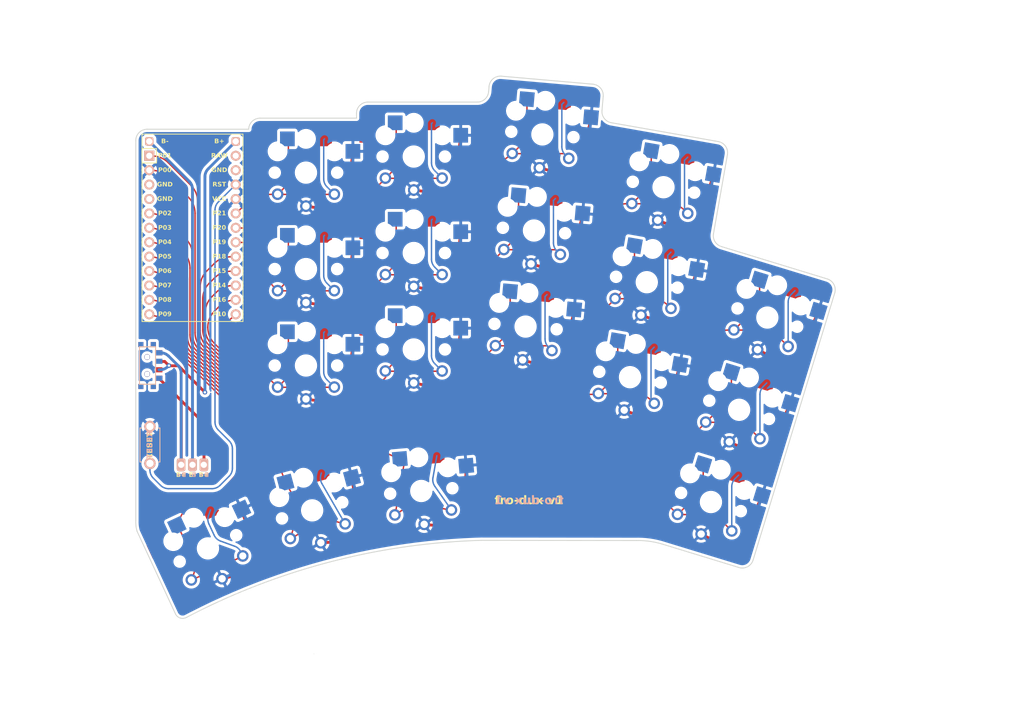
<source format=kicad_pcb>
(kicad_pcb (version 20240108) (generator "pcbnew") (generator_version "8.0")
  (title_block (title "board") (rev "v1.0.0") (company "Unknown"))
  (layers (0 "F.Cu" signal) (31 "B.Cu" signal) (34 "B.Paste" user) (35 "F.Paste" user) (36 "B.SilkS" user "B.Silkscreen") (37 "F.SilkS" user "F.Silkscreen") (38 "B.Mask" user) (39 "F.Mask" user) (44 "Edge.Cuts" user))
  (net 0 "")
  (net 1 "P6")
  (net 2 "GND")
  (net 3 "P5")
  (net 4 "P4")
  (net 5 "P3")
  (net 6 "P2")
  (net 7 "P0")
  (net 8 "P1")
  (net 9 "P18")
  (net 10 "P15")
  (net 11 "P14")
  (net 12 "P16")
  (net 13 "P10")
  (net 14 "P19")
  (net 15 "P20")
  (net 16 "P21")
  (net 17 "P7")
  (net 18 "P8")
  (net 19 "P9")
  (net 20 "RAW")
  (net 21 "RST")
  (net 22 "VCC")
  (net 23 "Bplus")
  (net 24 "Bminus")
  (net 25 "Braw")
  (footprint "ProMicro" (layer "F.Cu") (at 28.964646 -100.011722 -90)
    (property "Reference" "MCU1" (hide yes))
    (property "Value" "" (hide yes))
  )
  (footprint "E73:SPDT_C128955" (layer "B.Cu") (at 20.964646 -77.011722 -90)
    (property "Reference" "T1" (hide yes))
    (property "Value" "" (hide yes))
  )
  (footprint "lib:bat" (layer "B.Cu") (at 28.964646 -59.511722 180)
    (property "Reference" "PAD1" (hide yes))
    (property "Value" "" (hide yes))
  )
  (footprint "kbd:ResetSW" (layer "B.Cu") (at 21.464646 -63.011722 -90)
    (property "Reference" "B1" (hide yes))
    (property "Value" "")
  )
  (footprint "PG1350" (layer "B.Cu") (at 111.988623 -108.440306 170)
    (property "Reference" "S11" (hide yes))
    (property "Value" "" (hide yes))
  )
  (footprint "PG1350" (layer "B.Cu") (at 50.058034 -51.482078 15)
    (property "Reference" "S34" (hide yes))
    (property "Value" "" (hide yes))
  )
  (footprint "PG1350" (layer "B.Cu") (at 89.15409 -100.809406 175)
    (property "Reference" "S15" (hide yes))
    (property "Value" "" (hide yes))
  )
  (footprint "PG1350" (layer "B.Cu") (at 67.964646 -96.845055 180)
    (property "Reference" "S21" (hide yes))
    (property "Value" "" (hide yes))
  )
  (footprint "PG1350" (layer "B.Cu") (at 106.084585 -74.956842 -10)
    (property "Reference" "S8" (hide yes))
    (property "Value" "" (hide yes))
  )
  (footprint "PG1350" (layer "B.Cu") (at 87.672442 -83.874096 -5)
    (property "Reference" "S14" (hide yes))
    (property "Value" "" (hide yes))
  )
  (footprint "PG1350" (layer "B.Cu") (at 67.964646 -79.845055)
    (property "Reference" "S20" (hide yes))
    (property "Value" "" (hide yes))
  )
  (footprint "PG1350" (layer "B.Cu") (at 48.964646 -94.011722)
    (property "Reference" "S28" (hide yes))
    (property "Value" "" (hide yes))
  )
  (footprint "PG1350" (layer "B.Cu") (at 48.964646 -77.011722)
    (property "Reference" "S26" (hide yes))
    (property "Value" "" (hide yes))
  )
  (footprint "PG1350" (layer "B.Cu") (at 48.964646 -111.011722 180)
    (property "Reference" "S29" (hide yes))
    (property "Value" "" (hide yes))
  )
  (footprint "PG1350" (layer "B.Cu") (at 50.058034 -51.482078 -165)
    (property "Reference" "S33" (hide yes))
    (property "Value" "" (hide yes))
  )
  (footprint "PG1350" (layer "B.Cu") (at 31.687061 -44.780142 -155)
    (property "Reference" "S35" (hide yes))
    (property "Value" "" (hide yes))
  )
  (footprint "PG1350" (layer "B.Cu") (at 106.084585 -74.956842 170)
    (property "Reference" "S7" (hide yes))
    (property "Value" "" (hide yes))
  )
  (footprint "PG1350" (layer "B.Cu") (at 120.346052 -52.95242 -17)
    (property "Reference" "S2" (hide yes))
    (property "Value" "" (hide yes))
  )
  (footprint "E73:SPDT_C128955" (layer "B.Cu") (at 20.964646 -77.011722 -90)
    (property "Reference" "T2" (hide yes))
    (property "Value" "" (hide yes))
  )
  (footprint "PG1350" (layer "B.Cu") (at 120.346052 -52.95242 163)
    (property "Reference" "S1" (hide yes))
    (property "Value" "" (hide yes))
  )
  (footprint "PG1350" (layer "B.Cu") (at 130.28669 -85.466782 163)
    (property "Reference" "S5" (hide yes))
    (property "Value" "" (hide yes))
  )
  (footprint "PG1350" (layer "B.Cu") (at 48.964646 -94.011722 180)
    (property "Reference" "S27" (hide yes))
    (property "Value" "" (hide yes))
  )
  (footprint "PG1350" (layer "B.Cu") (at 31.687061 -44.780142 25)
    (property "Reference" "S36" (hide yes))
    (property "Value" "" (hide yes))
  )
  (footprint "PG1350" (layer "B.Cu") (at 109.036604 -91.698574 170)
    (property "Reference" "S9" (hide yes))
    (property "Value" "" (hide yes))
  )
  (footprint "PG1350" (layer "B.Cu") (at 89.15409 -100.809406 -5)
    (property "Reference" "S16" (hide yes))
    (property "Value" "" (hide yes))
  )
  (footprint "PG1350" (layer "B.Cu") (at 48.964646 -111.011722)
    (property "Reference" "S30" (hide yes))
    (property "Value" "" (hide yes))
  )
  (footprint "PG1350" (layer "B.Cu") (at 87.672442 -83.874096 175)
    (property "Reference" "S13" (hide yes))
    (property "Value" "" (hide yes))
  )
  (footprint "PG1350" (layer "B.Cu") (at 67.964646 -113.845055)
    (property "Reference" "S24" (hide yes))
    (property "Value" "" (hide yes))
  )
  (footprint "PG1350" (layer "B.Cu") (at 90.635737 -117.744716 175)
    (property "Reference" "S17" (hide yes))
    (property "Value" "" (hide yes))
  )
  (footprint "PG1350" (layer "B.Cu") (at 125.316371 -69.209601 -17)
    (property "Reference" "S4" (hide yes))
    (property "Value" "" (hide yes))
  )
  (footprint "PG1350" (layer "B.Cu") (at 109.036604 -91.698574 -10)
    (property "Reference" "S10" (hide yes))
    (property "Value" "" (hide yes))
  )
  (footprint "PG1350" (layer "B.Cu") (at 67.964646 -96.845055)
    (property "Reference" "S22" (hide yes))
    (property "Value" "" (hide yes))
  )
  (footprint "PG1350" (layer "B.Cu") (at 69.289901 -54.899569 -175)
    (property "Reference" "S31" (hide yes))
    (property "Value" "" (hide yes))
  )
  (footprint "PG1350" (layer "B.Cu") (at 125.316371 -69.209601 163)
    (property "Reference" "S3" (hide yes))
    (property "Value" "" (hide yes))
  )
  (footprint "PG1350" (layer "B.Cu") (at 69.289901 -54.899569 5)
    (property "Reference" "S32" (hide yes))
    (property "Value" "" (hide yes))
  )
  (footprint "PG1350" (layer "B.Cu") (at 111.988623 -108.440306 -10)
    (property "Reference" "S12" (hide yes))
    (property "Value" "" (hide yes))
  )
  (footprint "PG1350" (layer "B.Cu") (at 67.964646 -113.845055 180)
    (property "Reference" "S23" (hide yes))
    (property "Value" "" (hide yes))
  )
  (footprint "PG1350" (layer "B.Cu") (at 48.964646 -77.011722 180)
    (property "Reference" "S25" (hide yes))
    (property "Value" "" (hide yes))
  )
  (footprint "PG1350" (layer "B.Cu") (at 130.28669 -85.466782 -17)
    (property "Reference" "S6" (hide yes))
    (property "Value" "" (hide yes))
  )
  (footprint "PG1350" (layer "B.Cu") (at 67.964646 -79.845055 180)
    (property "Reference" "S19" (hide yes))
    (property "Value" "" (hide yes))
  )
  (footprint "PG1350" (layer "B.Cu") (at 90.635737 -117.744716 -5)
    (property "Reference" "S18" (hide yes))
    (property "Value" "" (hide yes))
  )
  (gr_arc (start 81.155599 -125.270744) (mid 80.514393 -123.970499) (end 79.163209 -123.445054) (stroke (width 0.15)) (layer "Edge.Cuts"))
  (gr_arc (start 50.375733 -26.195239) (mid 50.375733 -26.195239) (end 50.375733 -26.195239) (stroke (width 0.05)) (layer "Edge.Cuts"))
  (gr_arc (start 102.787736 -119.810766) (mid 101.548344 -120.562861) (end 101.142642 -121.954693) (stroke (width 0.15)) (layer "Edge.Cuts"))
  (gr_arc (start 27.916282 -32.617844) (mid 26.810253 -32.49879) (end 25.966418 -33.223653) (stroke (width 0.15)) (layer "Edge.Cuts"))
  (gr_line (start 123.254908 -114.170998) (end 120.798959 -100.242621) (stroke (width 0.15)) (layer "Edge.Cuts"))
  (gr_line (start 79.875733 -46.195239) (end 107.226768 -46.162621) (stroke (width 0.15)) (layer "Edge.Cuts"))
  (gr_arc (start 19.183865 -47.810788) (mid 19.000754 -48.744463) (end 18.964647 -49.695239) (stroke (width 0.15)) (layer "Edge.Cuts"))
  (gr_line (start 99.541609 -126.602223) (end 83.403255 -128.014146) (stroke (width 0.15)) (layer "Edge.Cuts"))
  (gr_arc (start 127.782705 -42.73155) (mid 126.809032 -41.550446) (end 125.285353 -41.403684) (stroke (width 0.15)) (layer "Edge.Cuts"))
  (gr_line (start 125.285352 -41.403683) (end 111.85686 -45.509186) (stroke (width 0.15)) (layer "Edge.Cuts"))
  (gr_line (start 57.864646 -120.611722) (end 40.864646 -120.611722) (stroke (width 0.15)) (layer "Edge.Cuts"))
  (gr_line (start 20.964646 -118.661722) (end 38.865271 -118.661722) (stroke (width 0.15)) (layer "Edge.Cuts"))
  (gr_line (start 79.163209 -123.445055) (end 59.864646 -123.445055) (stroke (width 0.15)) (layer "Edge.Cuts"))
  (gr_arc (start 107.226768 -46.162621) (mid 109.567434 -46.017438) (end 111.85686 -45.509186) (stroke (width 0.15)) (layer "Edge.Cuts"))
  (gr_line (start 142.167393 -89.781744) (end 127.782705 -42.73155) (stroke (width 0.15)) (layer "Edge.Cuts"))
  (gr_arc (start 81.236554 -126.196068) (mid 81.943374 -127.55383) (end 83.403255 -128.014147) (stroke (width 0.15)) (layer "Edge.Cuts"))
  (gr_arc (start 57.864646 -121.445055) (mid 58.450439 -122.859254) (end 59.864646 -123.445055) (stroke (width 0.15)) (layer "Edge.Cuts"))
  (gr_arc (start 121.632589 -116.48791) (mid 122.923595 -115.665447) (end 123.254907 -114.170998) (stroke (width 0.15)) (layer "Edge.Cuts"))
  (gr_arc (start 38.865271 -118.661722) (mid 39.468217 -120.04351) (end 40.864646 -120.611722) (stroke (width 0.15)) (layer "Edge.Cuts"))
  (gr_arc (start 140.839527 -92.279096) (mid 142.020677 -91.305429) (end 142.167392 -89.781743) (stroke (width 0.15)) (layer "Edge.Cuts"))
  (gr_line (start 81.236554 -126.196068) (end 81.155599 -125.270744) (stroke (width 0.15)) (layer "Edge.Cuts"))
  (gr_line (start 121.632589 -116.48791) (end 102.787736 -119.810766) (stroke (width 0.15)) (layer "Edge.Cuts"))
  (gr_arc (start 122.183831 -97.982715) (mid 121.063264 -98.850319) (end 120.79896 -100.242621) (stroke (width 0.15)) (layer "Edge.Cuts"))
  (gr_arc (start 99.541609 -126.602223) (mid 100.899407 -125.895419) (end 101.359687 -124.435523) (stroke (width 0.15)) (layer "Edge.Cuts"))
  (gr_line (start 140.839527 -92.279096) (end 122.183831 -97.982715) (stroke (width 0.15)) (layer "Edge.Cuts"))
  (gr_line (start 57.864646 -121.445055) (end 57.864646 -120.611722) (stroke (width 0.15)) (layer "Edge.Cuts"))
  (gr_line (start 101.142643 -121.954693) (end 101.359687 -124.435522) (stroke (width 0.15)) (layer "Edge.Cuts"))
  (gr_arc (start 18.964646 -116.661722) (mid 19.550427 -118.075942) (end 20.964646 -118.661722) (stroke (width 0.15)) (layer "Edge.Cuts"))
  (gr_line (start 18.964646 -49.695239) (end 18.964646 -116.661722) (stroke (width 0.15)) (layer "Edge.Cuts"))
  (gr_line (start 19.183865 -47.810788) (end 25.966418 -33.223653) (stroke (width 0.15)) (layer "Edge.Cuts"))
  (gr_arc (start 27.916282 -32.617844) (mid 53.122088 -42.368264) (end 79.875733 -46.195238) (stroke (width 0.15)) (layer "Edge.Cuts"))
  (gr_text "fro-dux v1" (at 94.375733 -53.195239 -0) (layer "B.SilkS") (effects (font (size 1.5 1.5)) (justify left mirror)))
  (gr_text "fro-dux v1" (at 94.375733 -53.195239 -0) (layer "F.SilkS") (effects (font (size 1.5 1.5)) (justify right)))
  (segment (start 25.998825 -90.705693) (end 24.250528 -92.45399) (width 0.25) (layer "F.Cu") (net 1))
  (segment (start 42.508607 -64.866213) (end 28.341971 -79.032849) (width 0.25) (layer "F.Cu") (net 1))
  (segment (start 122.292124 -49.572588) (end 124.044268 -47.820444) (width 0.25) (layer "F.Cu") (net 1))
  (segment (start 27.170398 -81.861276) (end 27.170398 -87.877266) (width 0.25) (layer "F.Cu") (net 1))
  (segment (start 114.481221 -50.744161) (end 119.463697 -50.744161) (width 0.25) (layer "F.Cu") (net 1))
  (segment (start 107.052048 -56.51648) (end 102.231865 -56.487507) (width 0.25) (layer "F.Cu") (net 1))
  (segment (start 67.633706 -63.69464) (end 79.494848 -63.67412) (width 0.25) (layer "F.Cu") (net 1))
  (segment (start 99.403438 -57.65908) (end 98.309904 -58.752614) (width 0.25) (layer "F.Cu") (net 1))
  (segment (start 85.827962 -60.700491) (end 82.824098 -62.882221) (width 0.25) (layer "F.Cu") (net 1))
  (segment (start 21.422101 -93.625563) (end 21.372351 -93.625563) (width 0.25) (layer "F.Cu") (net 1))
  (segment (start 67.633706 -63.69464) (end 45.337034 -63.69464) (width 0.25) (layer "F.Cu") (net 1))
  (segment (start 79.494848 -63.67412) (end 80.47349 -63.645865) (width 0.25) (layer "F.Cu") (net 1))
  (segment (start 95.481477 -59.924187) (end 88.199877 -59.929122) (width 0.25) (layer "F.Cu") (net 1))
  (segment (start 118.981471 -59.563792) (end 118.981471 -56.901265) (width 0.25) (layer "F.Cu") (net 1))
  (segment (start 117.809898 -54.072838) (end 114.481221 -50.744161) (width 0.25) (layer "F.Cu") (net 1))
  (segment (start 114.481221 -50.744161) (end 109.880475 -55.344907) (width 0.25) (layer "F.Cu") (net 1))
  (arc (start 85.827962 -60.700491) (mid 86.952915 -60.127222) (end 88.199877 -59.929122) (width 0.25) (layer "F.Cu") (net 1))
  (arc (start 118.981471 -56.901265) (mid 118.676989 -55.370531) (end 117.809898 -54.072838) (width 0.25) (layer "F.Cu") (net 1))
  (arc (start 24.250528 -92.45399) (mid 22.952835 -93.321081) (end 21.422101 -93.625563) (width 0.25) (layer "F.Cu") (net 1))
  (arc (start 95.481477 -59.924187) (mid 97.012211 -59.619705) (end 98.309904 -58.752614) (width 0.25) (layer "F.Cu") (net 1))
  (arc (start 45.337034 -63.69464) (mid 43.8063 -63.999122) (end 42.508607 -64.866213) (width 0.25) (layer "F.Cu") (net 1))
  (arc (start 80.47349 -63.645865) (mid 81.709232 -63.450132) (end 82.824098 -62.882221) (width 0.25) (layer "F.Cu") (net 1))
  (arc (start 107.052048 -56.51648) (mid 108.582782 -56.211998) (end 109.880475 -55.344907) (width 0.25) (layer "F.Cu") (net 1))
  (arc (start 25.998825 -90.705693) (mid 26.865916 -89.408) (end 27.170398 -87.877266) (width 0.25) (layer "F.Cu") (net 1))
  (arc (start 99.403438 -57.65908) (mid 100.701131 -56.791989) (end 102.231865 -56.487507) (width 0.25) (layer "F.Cu") (net 1))
  (arc (start 122.292124 -49.572588) (mid 120.994431 -50.439679) (end 119.463697 -50.744161) (width 0.25) (layer "F.Cu") (net 1))
  (arc (start 27.170398 -81.861276) (mid 27.47488 -80.330542) (end 28.341971 -79.032849) (width 0.25) (layer "F.Cu") (net 1))
  (segment (start 125.217562 -57.684916) (end 124.602349 -57.069703) (width 0.25) (layer "B.Cu") (net 1))
  (segment (start 124.016563 -55.65549) (end 124.016563 -47.856603) (width 0.25) (layer "B.Cu") (net 1))
  (arc (start 124.016563 -55.65549) (mid 124.168804 -56.420857) (end 124.602349 -57.069703) (width 0.25) (layer "B.Cu") (net 1))
  (segment (start 96.270492 -86.852453) (end 94.80697 -80.240863) (width 0.5) (layer "F.Cu") (net 2))
  (segment (start 70.747015 -73.410737) (end 67.992351 -73.908896) (width 0.5) (layer "F.Cu") (net 2))
  (segment (start 92.920157 -111.145095) (end 90.149223 -111.831008) (width 0.5) (layer "F.Cu") (net 2))
  (segment (start 37.629644 -51.639803) (end 39.665344 -45.20206) (width 0.5) (layer "F.Cu") (net 2))
  (segment (start 110.98402 -84.911352) (end 108.039785 -85.852049) (width 0.5) (layer "F.Cu") (net 2))
  (segment (start 89.865503 -77.241857) (end 87.185928 -77.960388) (width 0.5) (layer "F.Cu") (net 2))
  (segment (start 117.864774 -93.918505) (end 116.044517 -87.612301) (width 0.5) (layer "F.Cu") (net 2))
  (segment (start 57.267351 -114.725563) (end 56.417287 -108.139966) (width 0.5) (layer "F.Cu") (net 2))
  (segment (start 71.014602 -107.580998) (end 67.992351 -107.908896) (width 0.5) (layer "F.Cu") (net 2))
  (segment (start 113.477514 -101.649878) (end 110.991804 -102.593781) (width 0.5) (layer "F.Cu") (net 2))
  (segment (start 126.273409 -62.318127) (end 123.619083 -63.531244) (width 0.5) (layer "F.Cu") (net 2))
  (segment (start 97.75214 -103.787763) (end 96.297133 -97.203356) (width 0.5) (layer "F.Cu") (net 2))
  (segment (start 120.816793 -110.660237) (end 118.701593 -104.152844) (width 0.5) (layer "F.Cu") (net 2))
  (segment (start 51.924361 -87.686748) (end 48.992351 -88.075563) (width 0.5) (layer "F.Cu") (net 2))
  (segment (start 139.324211 -86.59739) (end 136.598212 -80.46909) (width 0.5) (layer "F.Cu") (net 2))
  (segment (start 107.880176 -68.106035) (end 105.087766 -69.110317) (width 0.5) (layer "F.Cu") (net 2))
  (segment (start 57.108204 -57.209868) (end 57.941275 -50.415206) (width 0.5) (layer "F.Cu") (net 2))
  (segment (start 51.924361 -70.686748) (end 48.992351 -71.075563) (width 0.5) (layer "F.Cu") (net 2))
  (segment (start 99.233787 -120.723073) (end 97.787393 -114.166245) (width 0.5) (layer "F.Cu") (net 2))
  (segment (start 114.912755 -77.176773) (end 113.079562 -70.769683) (width 0.5) (layer "F.Cu") (net 2))
  (segment (start 91.392746 -94.193104) (end 88.667576 -94.895698) (width 0.5) (layer "F.Cu") (net 2))
  (segment (start 57.267351 -97.725563) (end 56.417287 -91.139966) (width 0.5) (layer "F.Cu") (net 2))
  (segment (start 70.747015 -90.410737) (end 67.992351 -90.908896) (width 0.5) (layer "F.Cu") (net 2))
  (segment (start 57.267351 -80.725563) (end 56.417287 -74.139966) (width 0.5) (layer "F.Cu") (net 2))
  (segment (start 76.267351 -117.558896) (end 75.412087 -111.037524) (width 0.5) (layer "F.Cu") (net 2))
  (segment (start 72.596589 -48.767986) (end 69.831825 -48.985861) (width 0.5) (layer "F.Cu") (net 2))
  (segment (start 134.353892 -70.340209) (end 131.57049 -64.285439) (width 0.5) (layer "F.Cu") (net 2))
  (segment (start 129.383573 -54.083028) (end 126.61306 -47.946064) (width 0.5) (layer "F.Cu") (net 2))
  (segment (start 51.924361 -104.686748) (end 48.992351 -105.075563) (width 0.5) (layer "F.Cu") (net 2))
  (segment (start 36.910652 -40.138845) (end 34.208214 -39.396767) (width 0.5) (layer "F.Cu") (net 2))
  (segment (start 76.267351 -83.558896) (end 75.427885 -76.850237) (width 0.5) (layer "F.Cu") (net 2))
  (segment (start 131.1672 -78.510824) (end 128.589402 -79.788425) (width 0.5) (layer "F.Cu") (net 2))
  (segment (start 54.260241 -45.938895) (end 51.612771 -45.746957) (width 0.5) (layer "F.Cu") (net 2))
  (segment (start 77.234283 -59.320354) (end 76.906124 -52.561639) (width 0.5) (layer "F.Cu") (net 2))
  (segment (start 76.267351 -100.558896) (end 75.427885 -93.850237) (width 0.5) (layer "F.Cu") (net 2))
  (segment (start 121.184156 -46.011375) (end 118.648764 -47.274063) (width 0.5) (layer "F.Cu") (net 2))
  (arc (start 89.865503 -77.241857) (mid 92.976828 -77.685856) (end 94.80697 -80.240863) (width 0.5) (layer "F.Cu") (net 2))
  (arc (start 75.427885 -93.850237) (mid 73.827364 -91.123526) (end 70.747015 -90.410737) (width 0.5) (layer "F.Cu") (net 2))
  (arc (start 97.787393 -114.166245) (mid 95.990807 -111.629376) (end 92.920157 -111.145095) (width 0.5) (layer "F.Cu") (net 2))
  (arc (start 71.014602 -107.580998) (mid 73.917936 -108.412861) (end 75.412087 -111.037524) (width 0.5) (layer "F.Cu") (net 2))
  (arc (start 76.906124 -52.561639) (mid 75.553837 -49.753206) (end 72.596589 -48.767986) (width 0.5) (layer "F.Cu") (net 2))
  (arc (start 131.1672 -78.510824) (mid 134.300257 -78.33193) (end 136.598212 -80.46909) (width 0.5) (layer "F.Cu") (net 2))
  (arc (start 39.665344 -45.20206) (mid 39.365118 -42.084434) (end 36.910652 -40.138845) (width 0.5) (layer "F.Cu") (net 2))
  (arc (start 121.184156 -46.011375) (mid 124.310107 -45.824017) (end 126.61306 -47.946064) (width 0.5) (layer "F.Cu") (net 2))
  (arc (start 56.417287 -74.139966) (mid 54.887765 -71.480557) (end 51.924361 -70.686748) (width 0.5) (layer "F.Cu") (net 2))
  (arc (start 113.477514 -101.649878) (mid 116.625855 -101.782017) (end 118.701593 -104.152844) (width 0.5) (layer "F.Cu") (net 2))
  (arc (start 96.297133 -97.203356) (mid 94.483798 -94.657384) (end 91.392746 -94.193104) (width 0.5) (layer "F.Cu") (net 2))
  (arc (start 75.427885 -76.850237) (mid 73.827364 -74.123526) (end 70.747015 -73.410737) (width 0.5) (layer "F.Cu") (net 2))
  (arc (start 107.880176 -68.106035) (mid 111.057679 -68.309987) (end 113.079562 -70.769683) (width 0.5) (layer "F.Cu") (net 2))
  (arc (start 126.273409 -62.318127) (mid 129.328757 -62.206433) (end 131.57049 -64.285439) (width 0.5) (layer "F.Cu") (net 2))
  (arc (start 57.941275 -50.415206) (mid 57.060534 -47.387792) (end 54.260241 -45.938895) (width 0.5) (layer "F.Cu") (net 2))
  (arc (start 56.417287 -108.139966) (mid 54.887765 -105.480557) (end 51.924361 -104.686748) (width 0.5) (layer "F.Cu") (net 2))
  (arc (start 51.924361 -87.686748) (mid 54.887766 -88.480556) (end 56.417287 -91.139966) (width 0.5) (layer "F.Cu") (net 2))
  (arc (start 110.98402 -84.911352) (mid 114.084859 -85.192768) (end 116.044517 -87.612301) (width 0.5) (layer "F.Cu") (net 2))
  (segment (start 27.619918 -82.047475) (end 27.619918 -90.094746) (width 0.25) (layer "F.Cu") (net 3))
  (segment (start 21.549101 -96.165563) (end 21.372351 -96.165563) (width 0.25) (layer "F.Cu") (net 3))
  (segment (start 122.780217 -70.330019) (end 119.45154 -67.001342) (width 0.25) (layer "F.Cu") (net 3))
  (segment (start 26.448345 -92.923173) (end 24.377528 -94.99399) (width 0.25) (layer "F.Cu") (net 3))
  (segment (start 67.819904 -64.14416) (end 80.604174 -64.143724) (width 0.25) (layer "F.Cu") (net 3))
  (segment (start 67.819904 -64.14416) (end 45.523233 -64.14416) (width 0.25) (layer "F.Cu") (net 3))
  (segment (start 111.196024 -60.40268) (end 88.347113 -60.406786) (width 0.25) (layer "F.Cu") (net 3))
  (segment (start 119.45154 -67.001342) (end 124.434016 -67.001342) (width 0.25) (layer "F.Cu") (net 3))
  (segment (start 127.262443 -65.829769) (end 129.014587 -64.077625) (width 0.25) (layer "F.Cu") (net 3))
  (segment (start 42.694806 -65.315733) (end 28.791491 -79.219048) (width 0.25) (layer "F.Cu") (net 3))
  (segment (start 123.95179 -75.820973) (end 123.95179 -73.158446) (width 0.25) (layer "F.Cu") (net 3))
  (segment (start 85.997187 -61.170357) (end 82.954682 -63.380153) (width 0.25) (layer "F.Cu") (net 3))
  (segment (start 119.45154 -67.001342) (end 114.024451 -61.574253) (width 0.25) (layer "F.Cu") (net 3))
  (arc (start 124.434016 -67.001342) (mid 125.96475 -66.69686) (end 127.262443 -65.829769) (width 0.25) (layer "F.Cu") (net 3))
  (arc (start 122.780217 -70.330019) (mid 123.647308 -71.627712) (end 123.95179 -73.158446) (width 0.25) (layer "F.Cu") (net 3))
  (arc (start 80.604174 -64.143724) (mid 81.839879 -63.948024) (end 82.954682 -63.380153) (width 0.25) (layer "F.Cu") (net 3))
  (arc (start 21.549101 -96.165563) (mid 23.079835 -95.861081) (end 24.377528 -94.99399) (width 0.25) (layer "F.Cu") (net 3))
  (arc (start 27.619918 -82.047475) (mid 27.9244 -80.516741) (end 28.791491 -79.219048) (width 0.25) (layer "F.Cu") (net 3))
  (arc (start 45.523233 -64.14416) (mid 43.992499 -64.448642) (end 42.694806 -65.315733) (width 0.25) (layer "F.Cu") (net 3))
  (arc (start 27.619918 -90.094746) (mid 27.315436 -91.62548) (end 26.448345 -92.923173) (width 0.25) (layer "F.Cu") (net 3))
  (arc (start 111.196024 -60.40268) (mid 112.726758 -60.707162) (end 114.024451 -61.574253) (width 0.25) (layer "F.Cu") (net 3))
  (arc (start 85.997187 -61.170357) (mid 87.111714 -60.602576) (end 88.347113 -60.406786) (width 0.25) (layer "F.Cu") (net 3))
  (segment (start 130.187881 -73.942097) (end 129.572668 -73.326884) (width 0.25) (layer "B.Cu") (net 3))
  (segment (start 128.986882 -71.912671) (end 128.986882 -64.113784) (width 0.25) (layer "B.Cu") (net 3))
  (arc (start 129.572668 -73.326884) (mid 129.139123 -72.678038) (end 128.986882 -71.912671) (width 0.25) (layer "B.Cu") (net 3))
  (segment (start 124.421859 -83.258523) (end 129.404335 -83.258523) (width 0.25) (layer "F.Cu") (net 4))
  (segment (start 128.922109 -92.078154) (end 128.922109 -89.415627) (width 0.25) (layer "F.Cu") (net 4))
  (segment (start 132.232762 -82.08695) (end 133.984906 -80.334806) (width 0.25) (layer "F.Cu") (net 4))
  (segment (start 127.750536 -86.5872) (end 124.421859 -83.258523) (width 0.25) (layer "F.Cu") (net 4))
  (segment (start 118.227038 -78.126026) (end 118.227038 -73.514934) (width 0.25) (layer "F.Cu") (net 4))
  (segment (start 26.897865 -95.064453) (end 24.428328 -97.53399) (width 0.25) (layer "F.Cu") (net 4))
  (segment (start 21.599901 -98.705563) (end 21.372351 -98.705563) (width 0.25) (layer "F.Cu") (net 4))
  (segment (start 117.055465 -70.686507) (end 112.134211 -65.765253) (width 0.25) (layer "F.Cu") (net 4))
  (segment (start 42.881003 -65.765253) (end 29.241011 -79.405247) (width 0.25) (layer "F.Cu") (net 4))
  (segment (start 120.531108 -82.08695) (end 119.398611 -80.954453) (width 0.25) (layer "F.Cu") (net 4))
  (segment (start 109.305784 -64.59368) (end 45.70943 -64.59368) (width 0.25) (layer "F.Cu") (net 4))
  (segment (start 124.421859 -83.258523) (end 123.359535 -83.258523) (width 0.25) (layer "F.Cu") (net 4))
  (segment (start 28.069438 -82.233674) (end 28.069438 -92.236026) (width 0.25) (layer "F.Cu") (net 4))
  (arc (start 120.531108 -82.08695) (mid 121.828801 -82.954041) (end 123.359535 -83.258523) (width 0.25) (layer "F.Cu") (net 4))
  (arc (start 29.241011 -79.405247) (mid 28.37392 -80.70294) (end 28.069438 -82.233674) (width 0.25) (layer "F.Cu") (net 4))
  (arc (start 118.227038 -73.514934) (mid 117.922556 -71.9842) (end 117.055465 -70.686507) (width 0.25) (layer "F.Cu") (net 4))
  (arc (start 24.428328 -97.53399) (mid 23.130635 -98.401081) (end 21.599901 -98.705563) (width 0.25) (layer "F.Cu") (net 4))
  (arc (start 128.922109 -89.415627) (mid 128.617627 -87.884893) (end 127.750536 -86.5872) (width 0.25) (layer "F.Cu") (net 4))
  (arc (start 42.881003 -65.765253) (mid 44.178696 -64.898162) (end 45.70943 -64.59368) (width 0.25) (layer "F.Cu") (net 4))
  (arc (start 118.227038 -78.126026) (mid 118.53152 -79.65676) (end 119.398611 -80.954453) (width 0.25) (layer "F.Cu") (net 4))
  (arc (start 26.897865 -95.064453) (mid 27.764956 -93.76676) (end 28.069438 -92.236026) (width 0.25) (layer "F.Cu") (net 4))
  (arc (start 129.404335 -83.258523) (mid 130.935069 -82.954041) (end 132.232762 -82.08695) (width 0.25) (layer "F.Cu") (net 4))
  (arc (start 112.134211 -65.765253) (mid 110.836518 -64.898162) (end 109.305784 -64.59368) (width 0.25) (layer "F.Cu") (net 4))
  (segment (start 135.1582 -90.199278) (end 134.542987 -89.584065) (width 0.25) (layer "B.Cu") (net 4))
  (segment (start 133.957201 -88.169852) (end 133.957201 -80.370965) (width 0.25) (layer "B.Cu") (net 4))
  (arc (start 134.542987 -89.584065) (mid 134.109442 -88.935219) (end 133.957201 -88.169852) (width 0.25) (layer "B.Cu") (net 4))
  (segment (start 77.323413 -70.752668) (end 76.514596 -69.943851) (width 0.25) (layer "F.Cu") (net 5))
  (segment (start 55.347163 -65.08692) (end 45.85191 -65.08692) (width 0.25) (layer "F.Cu") (net 5))
  (segment (start 59.517805 -67.600707) (end 58.17559 -66.258492) (width 0.25) (layer "F.Cu") (net 5))
  (segment (start 28.518958 -82.419872) (end 28.518958 -94.199506) (width 0.25) (layer "F.Cu") (net 5))
  (segment (start 102.748678 -74.266944) (end 100.528388 -72.046654) (width 0.25) (layer "F.Cu") (net 5))
  (segment (start 21.472901 -101.245563) (end 21.372351 -101.245563) (width 0.25) (layer "F.Cu") (net 5))
  (segment (start 100.528388 -72.046654) (end 106.983131 -72.046654) (width 0.25) (layer "F.Cu") (net 5))
  (segment (start 103.920251 -81.348987) (end 103.920251 -77.095371) (width 0.25) (layer "F.Cu") (net 5))
  (segment (start 100.405974 -71.92424) (end 80.151839 -71.92424) (width 0.25) (layer "F.Cu") (net 5))
  (segment (start 109.811558 -70.875081) (end 110.376466 -70.310173) (width 0.25) (layer "F.Cu") (net 5))
  (segment (start 43.023483 -66.258493) (end 29.690531 -79.591445) (width 0.25) (layer "F.Cu") (net 5))
  (segment (start 27.347385 -97.027933) (end 24.301328 -100.07399) (width 0.25) (layer "F.Cu") (net 5))
  (segment (start 73.68617 -68.77228) (end 62.346232 -68.77228) (width 0.25) (layer "F.Cu") (net 5))
  (segment (start 100.528388 -72.046654) (end 100.405974 -71.92424) (width 0.25) (layer "F.Cu") (net 5))
  (arc (start 76.514596 -69.943851) (mid 75.216903 -69.076761) (end 73.68617 -68.77228) (width 0.25) (layer "F.Cu") (net 5))
  (arc (start 28.518958 -82.419872) (mid 28.82344 -80.889138) (end 29.690531 -79.591445) (width 0.25) (layer "F.Cu") (net 5))
  (arc (start 55.347163 -65.08692) (mid 56.877896 -65.391402) (end 58.17559 -66.258492) (width 0.25) (layer "F.Cu") (net 5))
  (arc (start 28.518958 -94.199506) (mid 28.214476 -95.73024) (end 27.347385 -97.027933) (width 0.25) (layer "F.Cu") (net 5))
  (arc (start 106.983131 -72.046654) (mid 108.513865 -71.742172) (end 109.811558 -70.875081) (width 0.25) (layer "F.Cu") (net 5))
  (arc (start 77.323413 -70.752668) (mid 78.621106 -71.619758) (end 80.151839 -71.92424) (width 0.25) (layer "F.Cu") (net 5))
  (arc (start 21.472901 -101.245563) (mid 23.003635 -100.941081) (end 24.301328 -100.07399) (width 0.25) (layer "F.Cu") (net 5))
  (arc (start 102.748678 -74.266944) (mid 103.615769 -75.564637) (end 103.920251 -77.095371) (width 0.25) (layer "F.Cu") (net 5))
  (arc (start 59.517805 -67.600707) (mid 60.815498 -68.467798) (end 62.346232 -68.77228) (width 0.25) (layer "F.Cu") (net 5))
  (arc (start 45.85191 -65.08692) (mid 44.321176 -65.391402) (end 43.023483 -66.258493) (width 0.25) (layer "F.Cu") (net 5))
  (segment (start 109.785283 -70.90981) (end 110.348761 -70.346332) (width 0.25) (layer "B.Cu") (net 5))
  (segment (start 110.343037 -80.24775) (end 109.785283 -79.689996) (width 0.25) (layer "B.Cu") (net 5))
  (segment (start 109.785283 -79.689996) (end 109.785283 -70.90981) (width 0.25) (layer "B.Cu") (net 5))
  (segment (start 77.137216 -71.202188) (end 76.328399 -70.393371) (width 0.25) (layer "F.Cu") (net 6))
  (segment (start 55.160964 -65.53644) (end 46.038106 -65.53644) (width 0.25) (layer "F.Cu") (net 6))
  (segment (start 105.700697 -91.008676) (end 103.480407 -88.788386) (width 0.25) (layer "F.Cu") (net 6))
  (segment (start 103.480407 -88.788386) (end 100.188531 -85.49651) (width 0.25) (layer "F.Cu") (net 6))
  (segment (start 90.721381 -72.37376) (end 79.965642 -72.37376) (width 0.25) (layer "F.Cu") (net 6))
  (segment (start 106.87227 -98.090719) (end 106.87227 -93.837103) (width 0.25) (layer "F.Cu") (net 6))
  (segment (start 27.796905 -99.321613) (end 24.504528 -102.61399) (width 0.25) (layer "F.Cu") (net 6))
  (segment (start 43.209679 -66.708013) (end 30.140051 -79.777641) (width 0.25) (layer "F.Cu") (net 6))
  (segment (start 97.845385 -77.84091) (end 93.549808 -73.545333) (width 0.25) (layer "F.Cu") (net 6))
  (segment (start 21.676101 -103.785563) (end 21.372351 -103.785563) (width 0.25) (layer "F.Cu") (net 6))
  (segment (start 59.331608 -68.050229) (end 57.98939 -66.708012) (width 0.25) (layer "F.Cu") (net 6))
  (segment (start 103.480407 -88.788386) (end 109.93515 -88.788386) (width 0.25) (layer "F.Cu") (net 6))
  (segment (start 28.968478 -82.606068) (end 28.968478 -96.493186) (width 0.25) (layer "F.Cu") (net 6))
  (segment (start 73.499973 -69.2218) (end 62.160034 -69.2218) (width 0.25) (layer "F.Cu") (net 6))
  (segment (start 99.016958 -82.668083) (end 99.016958 -80.669337) (width 0.25) (layer "F.Cu") (net 6))
  (segment (start 112.763577 -87.616813) (end 113.328485 -87.051905) (width 0.25) (layer "F.Cu") (net 6))
  (arc (start 105.700697 -91.008676) (mid 106.567788 -92.306369) (end 106.87227 -93.837103) (width 0.25) (layer "F.Cu") (net 6))
  (arc (start 28.968478 -82.606068) (mid 29.27296 -81.075334) (end 30.140051 -79.777641) (width 0.25) (layer "F.Cu") (net 6))
  (arc (start 97.845385 -77.84091) (mid 98.712476 -79.138603) (end 99.016958 -80.669337) (width 0.25) (layer "F.Cu") (net 6))
  (arc (start 77.137216 -71.202188) (mid 78.434909 -72.069278) (end 79.965642 -72.37376) (width 0.25) (layer "F.Cu") (net 6))
  (arc (start 93.549808 -73.545333) (mid 92.252115 -72.678242) (end 90.721381 -72.37376) (width 0.25) (layer "F.Cu") (net 6))
  (arc (start 24.504528 -102.61399) (mid 23.206835 -103.481081) (end 21.676101 -103.785563) (width 0.25) (layer "F.Cu") (net 6))
  (arc (start 76.328399 -70.393371) (mid 75.030706 -69.526281) (end 73.499973 -69.2218) (width 0.25) (layer "F.Cu") (net 6))
  (arc (start 27.796905 -99.321613) (mid 28.663996 -98.02392) (end 28.968478 -96.493186) (width 0.25) (layer "F.Cu") (net 6))
  (arc (start 100.188531 -85.49651) (mid 99.32144 -84.198817) (end 99.016958 -82.668083) (width 0.25) (layer "F.Cu") (net 6))
  (arc (start 59.331608 -68.050229) (mid 60.629301 -68.917319) (end 62.160034 -69.2218) (width 0.25) (layer "F.Cu") (net 6))
  (arc (start 43.209679 -66.708013) (mid 44.507372 -65.840922) (end 46.038106 -65.53644) (width 0.25) (layer "F.Cu") (net 6))
  (arc (start 109.93515 -88.788386) (mid 111.465884 -88.483904) (end 112.763577 -87.616813) (width 0.25) (layer "F.Cu") (net 6))
  (arc (start 57.98939 -66.708012) (mid 56.691697 -65.840922) (end 55.160964 -65.53644) (width 0.25) (layer "F.Cu") (net 6))
  (segment (start 112.737302 -87.651542) (end 113.30078 -87.088064) (width 0.25) (layer "B.Cu") (net 6))
  (segment (start 112.737302 -96.431728) (end 112.737302 -87.651542) (width 0.25) (layer "B.Cu") (net 6))
  (segment (start 113.295056 -96.989482) (end 112.737302 -96.431728) (width 0.25) (layer "B.Cu") (net 6))
  (segment (start 115.715596 -104.358545) (end 116.280504 -103.793637) (width 0.25) (layer "F.Cu") (net 7))
  (segment (start 54.97477 -65.98596) (end 46.224306 -65.98596) (width 0.25) (layer "F.Cu") (net 7))
  (segment (start 21.853901 -111.405563) (end 21.372351 -111.405563) (width 0.25) (layer "F.Cu") (net 7))
  (segment (start 106.432426 -105.530118) (end 105.49913 -105.530118) (width 0.25) (layer "F.Cu") (net 7))
  (segment (start 29.417998 -82.792268) (end 29.417998 -103.841466) (width 0.25) (layer "F.Cu") (net 7))
  (segment (start 109.824289 -114.832451) (end 109.824289 -110.578835) (width 0.25) (layer "F.Cu") (net 7))
  (segment (start 97.395865 -78.027107) (end 93.363611 -73.994853) (width 0.25) (layer "F.Cu") (net 7))
  (segment (start 28.246425 -106.669893) (end 24.682328 -110.23399) (width 0.25) (layer "F.Cu") (net 7))
  (segment (start 73.313775 -69.67132) (end 61.973838 -69.67132) (width 0.25) (layer "F.Cu") (net 7))
  (segment (start 59.145411 -68.499747) (end 57.803197 -67.157533) (width 0.25) (layer "F.Cu") (net 7))
  (segment (start 98.131509 -84.962572) (end 100.650238 -100.681226) (width 0.25) (layer "F.Cu") (net 7))
  (segment (start 106.432426 -105.530118) (end 112.887169 -105.530118) (width 0.25) (layer "F.Cu") (net 7))
  (segment (start 102.670703 -104.358545) (end 101.821811 -103.509653) (width 0.25) (layer "F.Cu") (net 7))
  (segment (start 43.395879 -67.157533) (end 30.589571 -79.963841) (width 0.25) (layer "F.Cu") (net 7))
  (segment (start 108.652716 -107.750408) (end 106.432426 -105.530118) (width 0.25) (layer "F.Cu") (net 7))
  (segment (start 76.951017 -71.651707) (end 76.142202 -70.842892) (width 0.25) (layer "F.Cu") (net 7))
  (segment (start 98.083827 -83.741787) (end 98.567438 -80.855534) (width 0.25) (layer "F.Cu") (net 7))
  (segment (start 90.535184 -72.82328) (end 79.779444 -72.82328) (width 0.25) (layer "F.Cu") (net 7))
  (arc (start 100.650238 -100.681226) (mid 100.95472 -102.21196) (end 101.821811 -103.509653) (width 0.25) (layer "F.Cu") (net 7))
  (arc (start 98.131509 -84.962572) (mid 98.044866 -84.354632) (end 98.083827 -83.741787) (width 0.25) (layer "F.Cu") (net 7))
  (arc (start 73.313775 -69.67132) (mid 74.844508 -69.975802) (end 76.142202 -70.842892) (width 0.25) (layer "F.Cu") (net 7))
  (arc (start 115.715596 -104.358545) (mid 114.417903 -105.225636) (end 112.887169 -105.530118) (width 0.25) (layer "F.Cu") (net 7))
  (arc (start 105.49913 -105.530118) (mid 103.968396 -105.225636) (end 102.670703 -104.358545) (width 0.25) (layer "F.Cu") (net 7))
  (arc (start 54.97477 -65.98596) (mid 56.505504 -66.290442) (end 57.803197 -67.157533) (width 0.25) (layer "F.Cu") (net 7))
  (arc (start 21.853901 -111.405563) (mid 23.384635 -111.101081) (end 24.682328 -110.23399) (width 0.25) (layer "F.Cu") (net 7))
  (arc (start 97.395865 -78.027107) (mid 98.262956 -79.3248) (end 98.567438 -80.855534) (width 0.25) (layer "F.Cu") (net 7))
  (arc (start 61.973838 -69.67132) (mid 60.443104 -69.366838) (end 59.145411 -68.499747) (width 0.25) (layer "F.Cu") (net 7))
  (arc (start 28.246425 -106.669893) (mid 29.113516 -105.3722) (end 29.417998 -103.841466) (width 0.25) (layer "F.Cu") (net 7))
  (arc (start 93.363611 -73.994853) (mid 92.065918 -73.127762) (end 90.535184 -72.82328) (width 0.25) (layer "F.Cu") (net 7))
  (arc (start 46.224306 -65.98596) (mid 44.693572 -66.290442) (end 43.395879 -67.157533) (width 0.25) (layer "F.Cu") (net 7))
  (arc (start 76.951017 -71.651707) (mid 78.24871 -72.518798) (end 79.779444 -72.82328) (width 0.25) (layer "F.Cu") (net 7))
  (arc (start 29.417998 -82.792268) (mid 29.72248 -81.261534) (end 30.589571 -79.963841) (width 0.25) (layer "F.Cu") (net 7))
  (arc (start 109.824289 -110.578835) (mid 109.519807 -109.048101) (end 108.652716 -107.750408) (width 0.25) (layer "F.Cu") (net 7))
  (segment (start 115.689321 -104.393274) (end 116.252799 -103.829796) (width 0.25) (layer "B.Cu") (net 7))
  (segment (start 116.247075 -113.731214) (end 115.689321 -113.17346) (width 0.25) (layer "B.Cu") (net 7))
  (segment (start 115.689321 -113.17346) (end 115.689321 -104.393274) (width 0.25) (layer "B.Cu") (net 7))
  (segment (start 91.478371 -80.488176) (end 92.349929 -79.616618) (width 0.25) (layer "F.Cu") (net 8))
  (segment (start 54.788569 -66.43548) (end 46.410503 -66.43548) (width 0.25) (layer "F.Cu") (net 8))
  (segment (start 82.387982 -80.488176) (end 83.784613 -81.884807) (width 0.25) (layer "F.Cu") (net 8))
  (segment (start 84.956186 -84.713234) (end 84.956186 -90.050731) (width 0.25) (layer "F.Cu") (net 8))
  (segment (start 21.853901 -113.945563) (end 21.372351 -113.945563) (width 0.25) (layer "F.Cu") (net 8))
  (segment (start 73.127578 -70.12084) (end 61.787637 -70.12084) (width 0.25) (layer "F.Cu") (net 8))
  (segment (start 79.324278 -77.424472) (end 79.324278 -76.31754) (width 0.25) (layer "F.Cu") (net 8))
  (segment (start 58.95921 -68.949267) (end 57.616996 -67.607053) (width 0.25) (layer "F.Cu") (net 8))
  (segment (start 78.152705 -73.489113) (end 75.956005 -71.292413) (width 0.25) (layer "F.Cu") (net 8))
  (segment (start 82.387982 -80.488176) (end 91.478371 -80.488176) (width 0.25) (layer "F.Cu") (net 8))
  (segment (start 82.387982 -80.488176) (end 79.324278 -77.424472) (width 0.25) (layer "F.Cu") (net 8))
  (segment (start 43.582076 -67.607053) (end 31.039091 -80.150038) (width 0.25) (layer "F.Cu") (net 8))
  (segment (start 29.867518 -82.978465) (end 29.867518 -105.931946) (width 0.25) (layer "F.Cu") (net 8))
  (segment (start 28.695945 -108.760373) (end 24.682328 -112.77399) (width 0.25) (layer "F.Cu") (net 8))
  (arc (start 83.784613 -81.884807) (mid 84.651704 -83.1825) (end 84.956186 -84.713234) (width 0.25) (layer "F.Cu") (net 8))
  (arc (start 29.867518 -105.931946) (mid 29.563036 -107.46268) (end 28.695945 -108.760373) (width 0.25) (layer "F.Cu") (net 8))
  (arc (start 78.152705 -73.489113) (mid 79.019796 -74.786806) (end 79.324278 -76.31754) (width 0.25) (layer "F.Cu") (net 8))
  (arc (start 73.127578 -70.12084) (mid 74.658312 -70.425322) (end 75.956005 -71.292413) (width 0.25) (layer "F.Cu") (net 8))
  (arc (start 31.039091 -80.150038) (mid 30.172 -81.447731) (end 29.867518 -82.978465) (width 0.25) (layer "F.Cu") (net 8))
  (arc (start 54.788569 -66.43548) (mid 56.319303 -66.739962) (end 57.616996 -67.607053) (width 0.25) (layer "F.Cu") (net 8))
  (arc (start 24.682328 -112.77399) (mid 23.384635 -113.641081) (end 21.853901 -113.945563) (width 0.25) (layer "F.Cu") (net 8))
  (arc (start 58.95921 -68.949267) (mid 60.256903 -69.816358) (end 61.787637 -70.12084) (width 0.25) (layer "F.Cu") (net 8))
  (arc (start 43.582076 -67.607053) (mid 44.879769 -66.739962) (end 46.410503 -66.43548) (width 0.25) (layer "F.Cu") (net 8))
  (segment (start 91.691516 -80.283485) (end 92.322224 -79.652777) (width 0.25) (layer "B.Cu") (net 8))
  (segment (start 91.453556 -89.516019) (end 91.105729 -89.168192) (width 0.25) (layer "B.Cu") (net 8))
  (segment (start 91.105729 -89.168192) (end 91.105729 -81.697699) (width 0.25) (layer "B.Cu") (net 8))
  (arc (start 91.691516 -80.283485) (mid 91.25797 -80.932332) (end 91.105729 -81.697699) (width 0.25) (layer "B.Cu") (net 8))
  (segment (start 43.768273 -68.056573) (end 31.488611 -80.336235) (width 0.25) (layer "F.Cu") (net 9))
  (segment (start 58.773016 -69.398788) (end 57.430799 -68.056572) (width 0.25) (layer "F.Cu") (net 9))
  (segment (start 78.874758 -90.77176) (end 78.874758 -76.503737) (width 0.25) (layer "F.Cu") (net 9))
  (segment (start 83.86963 -97.423486) (end 92.960019 -97.423486) (width 0.25) (layer "F.Cu") (net 9))
  (segment (start 85.266261 -98.820117) (end 83.86963 -97.423486) (width 0.25) (layer "F.Cu") (net 9))
  (segment (start 72.941381 -70.57036) (end 61.601442 -70.57036) (width 0.25) (layer "F.Cu") (net 9))
  (segment (start 77.703185 -73.67531) (end 75.769808 -71.741933) (width 0.25) (layer "F.Cu") (net 9))
  (segment (start 31.488611 -93.679253) (end 32.803348 -94.99399) (width 0.25) (layer "F.Cu") (net 9))
  (segment (start 83.86963 -97.423486) (end 80.046331 -93.600187) (width 0.25) (layer "F.Cu") (net 9))
  (segment (start 30.317038 -83.164662) (end 30.317038 -90.850826) (width 0.25) (layer "F.Cu") (net 9))
  (segment (start 86.437834 -106.986041) (end 86.437834 -101.648544) (width 0.25) (layer "F.Cu") (net 9))
  (segment (start 54.602373 -66.885) (end 46.5967 -66.885) (width 0.25) (layer "F.Cu") (net 9))
  (segment (start 35.631775 -96.165563) (end 36.612351 -96.165563) (width 0.25) (layer "F.Cu") (net 9))
  (segment (start 92.960019 -97.423486) (end 93.831577 -96.551928) (width 0.25) (layer "F.Cu") (net 9))
  (arc (start 31.488611 -80.336235) (mid 30.62152 -81.633928) (end 30.317038 -83.164662) (width 0.25) (layer "F.Cu") (net 9))
  (arc (start 31.488611 -93.679253) (mid 30.62152 -92.38156) (end 30.317038 -90.850826) (width 0.25) (layer "F.Cu") (net 9))
  (arc (start 58.773016 -69.398788) (mid 60.070709 -70.265878) (end 61.601442 -70.57036) (width 0.25) (layer "F.Cu") (net 9))
  (arc (start 78.874758 -90.77176) (mid 79.17924 -92.302494) (end 80.046331 -93.600187) (width 0.25) (layer "F.Cu") (net 9))
  (arc (start 57.430799 -68.056572) (mid 56.133106 -67.189482) (end 54.602373 -66.885) (width 0.25) (layer "F.Cu") (net 9))
  (arc (start 85.266261 -98.820117) (mid 86.133352 -100.11781) (end 86.437834 -101.648544) (width 0.25) (layer "F.Cu") (net 9))
  (arc (start 32.803348 -94.99399) (mid 34.101041 -95.861081) (end 35.631775 -96.165563) (width 0.25) (layer "F.Cu") (net 9))
  (arc (start 78.874758 -76.503737) (mid 78.570276 -74.973003) (end 77.703185 -73.67531) (width 0.25) (layer "F.Cu") (net 9))
  (arc (start 43.768273 -68.056573) (mid 45.065966 -67.189482) (end 46.5967 -66.885) (width 0.25) (layer "F.Cu") (net 9))
  (arc (start 72.941381 -70.57036) (mid 74.472115 -70.874842) (end 75.769808 -71.741933) (width 0.25) (layer "F.Cu") (net 9))
  (segment (start 93.173164 -97.218795) (end 93.803872 -96.588087) (width 0.25) (layer "B.Cu") (net 9))
  (segment (start 92.935204 -106.451329) (end 92.587377 -106.103502) (width 0.25) (layer "B.Cu") (net 9))
  (segment (start 92.587377 -106.103502) (end 92.587377 -98.633009) (width 0.25) (layer "B.Cu") (net 9))
  (arc (start 93.173164 -97.218795) (mid 92.739618 -97.867642) (end 92.587377 -98.633009) (width 0.25) (layer "B.Cu") (net 9))
  (segment (start 72.755184 -71.01988) (end 61.415245 -71.01988) (width 0.25) (layer "F.Cu") (net 10))
  (segment (start 31.938131 -91.537973) (end 32.854148 -92.45399) (width 0.25) (layer "F.Cu") (net 10))
  (segment (start 35.682575 -93.625563) (end 36.612351 -93.625563) (width 0.25) (layer "F.Cu") (net 10))
  (segment (start 54.416175 -67.33452) (end 46.7829 -67.33452) (width 0.25) (layer "F.Cu") (net 10))
  (segment (start 87.919481 -123.921351) (end 87.919481 -118.583854) (width 0.25) (layer "F.Cu") (net 10))
  (segment (start 78.425238 -107.259826) (end 78.425238 -76.689934) (width 0.25) (layer "F.Cu") (net 10))
  (segment (start 43.954473 -68.506093) (end 31.938131 -80.522433) (width 0.25) (layer "F.Cu") (net 10))
  (segment (start 77.253665 -73.861507) (end 75.583611 -72.191453) (width 0.25) (layer "F.Cu") (net 10))
  (segment (start 79.536224 -110.026294) (end 85.351277 -114.358796) (width 0.25) (layer "F.Cu") (net 10))
  (segment (start 94.441666 -114.358796) (end 95.313224 -113.487238) (width 0.25) (layer "F.Cu") (net 10))
  (segment (start 58.586818 -69.848308) (end 57.244602 -68.506092) (width 0.25) (layer "F.Cu") (net 10))
  (segment (start 30.766558 -83.35086) (end 30.766558 -88.709546) (width 0.25) (layer "F.Cu") (net 10))
  (segment (start 85.351277 -114.358796) (end 94.441666 -114.358796) (width 0.25) (layer "F.Cu") (net 10))
  (segment (start 86.747908 -115.755427) (end 85.351277 -114.358796) (width 0.25) (layer "F.Cu") (net 10))
  (arc (start 78.425238 -107.259826) (mid 78.72972 -108.79056) (end 79.596811 -110.088253) (width 0.25) (layer "F.Cu") (net 10))
  (arc (start 87.919481 -118.583854) (mid 87.614999 -117.05312) (end 86.747908 -115.755427) (width 0.25) (layer "F.Cu") (net 10))
  (arc (start 31.938131 -91.537973) (mid 31.07104 -90.24028) (end 30.766558 -88.709546) (width 0.25) (layer "F.Cu") (net 10))
  (arc (start 61.415245 -71.01988) (mid 59.884512 -70.715398) (end 58.586818 -69.848308) (width 0.25) (layer "F.Cu") (net 10))
  (arc (start 46.7829 -67.33452) (mid 45.252166 -67.639002) (end 43.954473 -68.506093) (width 0.25) (layer "F.Cu") (net 10))
  (arc (start 54.416175 -67.33452) (mid 55.946908 -67.639002) (end 57.244602 -68.506092) (width 0.25) (layer "F.Cu") (net 10))
  (arc (start 32.854148 -92.45399) (mid 34.151841 -93.321081) (end 35.682575 -93.625563) (width 0.25) (layer "F.Cu") (net 10))
  (arc (start 31.938131 -80.522433) (mid 31.07104 -81.820126) (end 30.766558 -83.35086) (width 0.25) (layer "F.Cu") (net 10))
  (arc (start 72.755184 -71.01988) (mid 74.285918 -71.324362) (end 75.583611 -72.191453) (width 0.25) (layer "F.Cu") (net 10))
  (arc (start 78.425238 -76.689934) (mid 78.120756 -75.1592) (end 77.253665 -73.861507) (width 0.25) (layer "F.Cu") (net 10))
  (segment (start 94.654811 -114.154105) (end 95.285519 -113.523397) (width 0.25) (layer "B.Cu") (net 10))
  (segment (start 94.069024 -123.038812) (end 94.069024 -115.568319) (width 0.25) (layer "B.Cu") (net 10))
  (segment (start 94.416851 -123.386639) (end 94.069024 -123.038812) (width 0.25) (layer "B.Cu") (net 10))
  (arc (start 94.654811 -114.154105) (mid 94.221265 -114.802952) (end 94.069024 -115.568319) (width 0.25) (layer "B.Cu") (net 10))
  (segment (start 31.216078 -83.537059) (end 31.216078 -86.314266) (width 0.25) (layer "F.Cu") (net 11))
  (segment (start 32.387651 -89.142693) (end 33.158948 -89.91399) (width 0.25) (layer "F.Cu") (net 11))
  (segment (start 62.992351 -76.008896) (end 72.992351 -76.008896) (width 0.25) (layer "F.Cu") (net 11))
  (segment (start 64.866872 -85.609375) (end 64.866872 -79.540271) (width 0.25) (layer "F.Cu") (net 11))
  (segment (start 62.992351 -76.008896) (end 62.992351 -74.889559) (width 0.25) (layer "F.Cu") (net 11))
  (segment (start 54.229978 -67.78404) (end 46.969097 -67.78404) (width 0.25) (layer "F.Cu") (net 11))
  (segment (start 62.992351 -74.889559) (end 57.058405 -68.955613) (width 0.25) (layer "F.Cu") (net 11))
  (segment (start 63.695299 -76.711844) (end 62.992351 -76.008896) (width 0.25) (layer "F.Cu") (net 11))
  (segment (start 64.717351 -85.758896) (end 64.866872 -85.609375) (width 0.25) (layer "F.Cu") (net 11))
  (segment (start 35.987375 -91.085563) (end 36.612351 -91.085563) (width 0.25) (layer "F.Cu") (net 11))
  (segment (start 44.14067 -68.955613) (end 32.387651 -80.708632) (width 0.25) (layer "F.Cu") (net 11))
  (arc (start 33.158948 -89.91399) (mid 34.456641 -90.781081) (end 35.987375 -91.085563) (width 0.25) (layer "F.Cu") (net 11))
  (arc (start 31.216078 -86.314266) (mid 31.52056 -87.845) (end 32.387651 -89.142693) (width 0.25) (layer "F.Cu") (net 11))
  (arc (start 64.866872 -79.540271) (mid 64.56239 -78.009537) (end 63.695299 -76.711844) (width 0.25) (layer "F.Cu") (net 11))
  (arc (start 54.229978 -67.78404) (mid 55.760712 -68.088522) (end 57.058405 -68.955613) (width 0.25) (layer "F.Cu") (net 11))
  (arc (start 46.969097 -67.78404) (mid 45.438363 -68.088522) (end 44.14067 -68.955613) (width 0.25) (layer "F.Cu") (net 11))
  (arc (start 31.216078 -83.537059) (mid 31.52056 -82.006325) (end 32.387651 -80.708632) (width 0.25) (layer "F.Cu") (net 11))
  (segment (start 71.239646 -85.795055) (end 71.090125 -85.645534) (width 0.25) (layer "B.Cu") (net 11))
  (segment (start 71.675912 -77.333789) (end 72.964646 -76.045055) (width 0.25) (layer "B.Cu") (net 11))
  (segment (start 71.090125 -85.645534) (end 71.090125 -78.748003) (width 0.25) (layer "B.Cu") (net 11))
  (arc (start 71.675912 -77.333789) (mid 71.242366 -77.982636) (end 71.090125 -78.748003) (width 0.25) (layer "B.Cu") (net 11))
  (segment (start 58.576986 -71.109911) (end 58.156397 -70.689321) (width 0.25) (layer "F.Cu") (net 12))
  (segment (start 63.695299 -93.711844) (end 62.992351 -93.008896) (width 0.25) (layer "F.Cu") (net 12))
  (segment (start 59.748558 -88.108249) (end 59.748558 -73.938337) (width 0.25) (layer "F.Cu") (net 12))
  (segment (start 72.992351 -93.008896) (end 62.992351 -93.008896) (width 0.25) (layer "F.Cu") (net 12))
  (segment (start 31.665598 -83.723256) (end 31.665598 -83.766586) (width 0.25) (layer "F.Cu") (net 12))
  (segment (start 58.156397 -70.689321) (end 56.872208 -69.405132) (width 0.25) (layer "F.Cu") (net 12))
  (segment (start 64.866872 -102.609375) (end 64.866872 -96.540271) (width 0.25) (layer "F.Cu") (net 12))
  (segment (start 36.444575 -88.545563) (end 36.612351 -88.545563) (width 0.25) (layer "F.Cu") (net 12))
  (segment (start 44.326867 -69.405133) (end 32.837171 -80.894829) (width 0.25) (layer "F.Cu") (net 12))
  (segment (start 32.837171 -86.595013) (end 33.616148 -87.37399) (width 0.25) (layer "F.Cu") (net 12))
  (segment (start 62.992351 -93.008896) (end 60.920131 -90.936676) (width 0.25) (layer "F.Cu") (net 12))
  (segment (start 64.717351 -102.758896) (end 64.866872 -102.609375) (width 0.25) (layer "F.Cu") (net 12))
  (segment (start 54.043781 -68.23356) (end 47.155294 -68.23356) (width 0.25) (layer "F.Cu") (net 12))
  (arc (start 44.326867 -69.405133) (mid 45.62456 -68.538042) (end 47.155294 -68.23356) (width 0.25) (layer "F.Cu") (net 12))
  (arc (start 58.576986 -71.109911) (mid 59.444076 -72.407604) (end 59.748558 -73.938337) (width 0.25) (layer "F.Cu") (net 12))
  (arc (start 56.872208 -69.405132) (mid 55.574515 -68.538041) (end 54.043781 -68.23356) (width 0.25) (layer "F.Cu") (net 12))
  (arc (start 63.695299 -93.711844) (mid 64.56239 -95.009537) (end 64.866872 -96.540271) (width 0.25) (layer "F.Cu") (net 12))
  (arc (start 31.665598 -83.723256) (mid 31.97008 -82.192522) (end 32.837171 -80.894829) (width 0.25) (layer "F.Cu") (net 12))
  (arc (start 31.665598 -83.766586) (mid 31.97008 -85.29732) (end 32.837171 -86.595013) (width 0.25) (layer "F.Cu") (net 12))
  (arc (start 59.748558 -88.108249) (mid 60.05304 -89.638983) (end 60.920131 -90.936676) (width 0.25) (layer "F.Cu") (net 12))
  (arc (start 36.444575 -88.545563) (mid 34.913841 -88.241081) (end 33.616148 -87.37399) (width 0.25) (layer "F.Cu") (net 12))
  (segment (start 71.675912 -94.333789) (end 72.964646 -93.045055) (width 0.25) (layer "B.Cu") (net 12))
  (segment (start 71.090125 -102.645534) (end 71.090125 -95.748003) (width 0.25) (layer "B.Cu") (net 12))
  (segment (start 71.239646 -102.795055) (end 71.090125 -102.645534) (width 0.25) (layer "B.Cu") (net 12))
  (arc (start 71.675912 -94.333789) (mid 71.242366 -94.982636) (end 71.090125 -95.748003) (width 0.25) (layer "B.Cu") (net 12))
  (segment (start 35.21019 -79.157528) (end 44.513065 -69.854653) (width 0.25) (layer "F.Cu") (net 13))
  (segment (start 60.470611 -107.487156) (end 62.992351 -110.008896) (width 0.25) (layer "F.Cu") (net 13))
  (segment (start 64.866872 -119.609375) (end 64.866872 -113.540271) (width 0.25) (layer "F.Cu") (net 13))
  (segment (start 62.992351 -110.008896) (end 72.992351 -110.008896) (width 0.25) (layer "F.Cu") (net 13))
  (segment (start 56.686011 -69.854653) (end 58.127465 -71.296107) (width 0.25) (layer "F.Cu") (net 13))
  (segment (start 64.717351 -119.758896) (end 64.866872 -119.609375) (width 0.25) (layer "F.Cu") (net 13))
  (segment (start 36.612351 -86.005563) (end 35.475757 -85.05707) (width 0.25) (layer "F.Cu") (net 13))
  (segment (start 63.695299 -110.711844) (end 62.992351 -110.008896) (width 0.25) (layer "F.Cu") (net 13))
  (segment (start 47.341492 -68.68308) (end 53.857584 -68.68308) (width 0.25) (layer "F.Cu") (net 13))
  (segment (start 59.299038 -74.124534) (end 59.299038 -104.658729) (width 0.25) (layer "F.Cu") (net 13))
  (arc (start 59.299038 -74.124534) (mid 58.994556 -72.5938) (end 58.127465 -71.296107) (width 0.25) (layer "F.Cu") (net 13))
  (arc (start 59.299038 -104.658729) (mid 59.60352 -106.189463) (end 60.470611 -107.487156) (width 0.25) (layer "F.Cu") (net 13))
  (arc (start 64.866872 -113.540271) (mid 64.56239 -112.009537) (end 63.695299 -110.711844) (width 0.25) (layer "F.Cu") (net 13))
  (arc (start 35.21019 -79.157528) (mid 34.042664 -82.165832) (end 35.475757 -85.05707) (width 0.25) (layer "F.Cu") (net 13))
  (arc (start 47.341492 -68.68308) (mid 45.810758 -68.987562) (end 44.513065 -69.854653) (width 0.25) (layer "F.Cu") (net 13))
  (arc (start 53.857584 -68.68308) (mid 55.388318 -68.987562) (end 56.686011 -69.854653) (width 0.25) (layer "F.Cu") (net 13))
  (segment (start 71.675912 -111.333789) (end 72.964646 -110.045055) (width 0.25) (layer "B.Cu") (net 13))
  (segment (start 71.239646 -119.795055) (end 71.090125 -119.645534) (width 0.25) (layer "B.Cu") (net 13))
  (segment (start 71.090125 -119.645534) (end 71.090125 -112.748003) (width 0.25) (layer "B.Cu") (net 13))
  (arc (start 71.675912 -111.333789) (mid 71.242366 -111.982636) (end 71.090125 -112.748003) (width 0.25) (layer "B.Cu") (net 13))
  (segment (start 39.483865 -97.921653) (end 38.699955 -98.705563) (width 0.25) (layer "F.Cu") (net 14))
  (segment (start 38.699955 -98.705563) (end 36.612351 -98.705563) (width 0.25) (layer "F.Cu") (net 14))
  (segment (start 43.992351 -73.175563) (end 53.992351 -73.175563) (width 0.25) (layer "F.Cu") (net 14))
  (segment (start 45.866872 -82.776042) (end 45.717351 -82.925563) (width 0.25) (layer "F.Cu") (net 14))
  (segment (start 45.866872 -76.706938) (end 45.866872 -82.776042) (width 0.25) (layer "F.Cu") (net 14))
  (segment (start 43.992351 -73.175563) (end 41.827011 -75.340903) (width 0.25) (layer "F.Cu") (net 14))
  (segment (start 40.655438 -78.16933) (end 40.655438 -95.093226) (width 0.25) (layer "F.Cu") (net 14))
  (segment (start 43.992351 -73.175563) (end 44.695299 -73.878511) (width 0.25) (layer "F.Cu") (net 14))
  (arc (start 41.827011 -75.340903) (mid 40.95992 -76.638596) (end 40.655438 -78.16933) (width 0.25) (layer "F.Cu") (net 14))
  (arc (start 39.483865 -97.921653) (mid 40.350956 -96.62396) (end 40.655438 -95.093226) (width 0.25) (layer "F.Cu") (net 14))
  (arc (start 45.866872 -76.706938) (mid 45.56239 -75.176204) (end 44.695299 -73.878511) (width 0.25) (layer "F.Cu") (net 14))
  (segment (start 52.090125 -82.812201) (end 52.090125 -75.91467) (width 0.25) (layer "B.Cu") (net 14))
  (segment (start 52.675912 -74.500456) (end 53.964646 -73.211722) (width 0.25) (layer "B.Cu") (net 14))
  (segment (start 52.239646 -82.961722) (end 52.090125 -82.812201) (width 0.25) (layer "B.Cu") (net 14))
  (arc (start 52.090125 -75.91467) (mid 52.242366 -75.149303) (end 52.675912 -74.500456) (width 0.25) (layer "B.Cu") (net 14))
  (segment (start 40.946257 -99.862861) (end 40.735128 -100.07399) (width 0.25) (layer "F.Cu") (net 15))
  (segment (start 45.866872 -93.706938) (end 45.866872 -99.776042) (width 0.25) (layer "F.Cu") (net 15))
  (segment (start 43.992351 -90.175563) (end 44.695299 -90.878511) (width 0.25) (layer "F.Cu") (net 15))
  (segment (start 45.866872 -99.776042) (end 45.717351 -99.925563) (width 0.25) (layer "F.Cu") (net 15))
  (segment (start 43.992351 -90.175563) (end 43.289403 -90.878511) (width 0.25) (layer "F.Cu") (net 15))
  (segment (start 37.906701 -101.245563) (end 36.612351 -101.245563) (width 0.25) (layer "F.Cu") (net 15))
  (segment (start 42.11783 -93.706938) (end 42.11783 -97.034434) (width 0.25) (layer "F.Cu") (net 15))
  (segment (start 53.992351 -90.175563) (end 43.992351 -90.175563) (width 0.25) (layer "F.Cu") (net 15))
  (arc (start 40.735128 -100.07399) (mid 39.437435 -100.941081) (end 37.906701 -101.245563) (width 0.25) (layer "F.Cu") (net 15))
  (arc (start 43.289403 -90.878511) (mid 42.422312 -92.176204) (end 42.11783 -93.706938) (width 0.25) (layer "F.Cu") (net 15))
  (arc (start 45.866872 -93.706938) (mid 45.56239 -92.176204) (end 44.695299 -90.878511) (width 0.25) (layer "F.Cu") (net 15))
  (arc (start 40.946257 -99.862861) (mid 41.813348 -98.565168) (end 42.11783 -97.034434) (width 0.25) (layer "F.Cu") (net 15))
  (segment (start 52.239646 -99.961722) (end 52.090125 -99.812201) (width 0.25) (layer "B.Cu") (net 15))
  (segment (start 52.090125 -99.812201) (end 52.090125 -92.91467) (width 0.25) (layer "B.Cu") (net 15))
  (segment (start 52.675912 -91.500456) (end 53.964646 -90.211722) (width 0.25) (layer "B.Cu") (net 15))
  (arc (start 52.090125 -92.91467) (mid 52.242366 -92.149303) (end 52.675912 -91.500456) (width 0.25) (layer "B.Cu") (net 15))
  (segment (start 45.866872 -110.706938) (end 45.866872 -116.776042) (width 0.25) (layer "F.Cu") (net 16))
  (segment (start 45.866872 -116.776042) (end 45.717351 -116.925563) (width 0.25) (layer "F.Cu") (net 16))
  (segment (start 43.992351 -107.175563) (end 44.695299 -107.878511) (width 0.25) (layer "F.Cu") (net 16))
  (segment (start 38.830778 -106.00399) (end 36.612351 -103.785563) (width 0.25) (layer "F.Cu") (net 16))
  (segment (start 53.992351 -107.175563) (end 54.408321 -107.175563) (width 0.25) (layer "F.Cu") (net 16))
  (segment (start 53.992351 -107.175563) (end 43.992351 -107.175563) (width 0.25) (layer "F.Cu") (net 16))
  (segment (start 54.408321 -107.175563) (end 54.523838 -107.29108) (width 0.25) (layer "F.Cu") (net 16))
  (segment (start 43.992351 -107.175563) (end 41.659205 -107.175563) (width 0.25) (layer "F.Cu") (net 16))
  (arc (start 38.830778 -106.00399) (mid 40.128471 -106.871081) (end 41.659205 -107.175563) (width 0.25) (layer "F.Cu") (net 16))
  (arc (start 45.866872 -110.706938) (mid 45.56239 -109.176204) (end 44.695299 -107.878511) (width 0.25) (layer "F.Cu") (net 16))
  (segment (start 52.675912 -108.500456) (end 53.964646 -107.211722) (width 0.25) (layer "B.Cu") (net 16))
  (segment (start 52.239646 -116.961722) (end 52.090125 -116.812201) (width 0.25) (layer "B.Cu") (net 16))
  (segment (start 52.090125 -116.812201) (end 52.090125 -109.91467) (width 0.25) (layer "B.Cu") (net 16))
  (arc (start 52.675912 -108.500456) (mid 52.242366 -109.149303) (end 52.090125 -109.91467) (width 0.25) (layer "B.Cu") (net 16))
  (segment (start 69.29781 -52.453818) (end 74.629771 -51.513649) (width 0.25) (layer "F.Cu") (net 17))
  (segment (start 64.667824 -50.642092) (end 66.308912 -51.791195) (width 0.25) (layer "F.Cu") (net 17))
  (segment (start 58.55271 -63.23771) (end 45.158249 -63.23771) (width 0.25) (layer "F.Cu") (net 17))
  (segment (start 65.536492 -60.505334) (end 66.231869 -59.512232) (width 0.25) (layer "F.Cu") (net 17))
  (segment (start 25.549305 -88.767613) (end 24.402928 -89.91399) (width 0.25) (layer "F.Cu") (net 17))
  (segment (start 65.536492 -60.505334) (end 65.206531 -60.976567) (width 0.25) (layer "F.Cu") (net 17))
  (segment (start 42.329822 -64.409283) (end 27.892451 -78.846654) (width 0.25) (layer "F.Cu") (net 17))
  (segment (start 26.720878 -81.675081) (end 26.720878 -85.939186) (width 0.25) (layer "F.Cu") (net 17))
  (segment (start 21.574501 -91.085563) (end 21.372351 -91.085563) (width 0.25) (layer "F.Cu") (net 17))
  (segment (start 66.231869 -59.512232) (end 64.667824 -50.642092) (width 0.25) (layer "F.Cu") (net 17))
  (segment (start 60.180534 -62.891501) (end 65.536492 -60.505333) (width 0.25) (layer "F.Cu") (net 17))
  (arc (start 27.892451 -78.846654) (mid 27.02536 -80.144347) (end 26.720878 -81.675081) (width 0.25) (layer "F.Cu") (net 17))
  (arc (start 45.158249 -63.23771) (mid 43.627515 -63.542192) (end 42.329822 -64.409283) (width 0.25) (layer "F.Cu") (net 17))
  (arc (start 69.29781 -52.453818) (mid 67.737459 -52.419771) (end 66.308912 -51.791195) (width 0.25) (layer "F.Cu") (net 17))
  (arc (start 26.720878 -85.939186) (mid 26.416396 -87.46992) (end 25.549305 -88.767613) (width 0.25) (layer "F.Cu") (net 17))
  (arc (start 60.180534 -62.891501) (mid 59.384827 -63.1502) (end 58.55271 -63.23771) (width 0.25) (layer "F.Cu") (net 17))
  (arc (start 24.402928 -89.91399) (mid 23.105235 -90.781081) (end 21.574501 -91.085563) (width 0.25) (layer "F.Cu") (net 17))
  (segment (start 72.033862 -61.112363) (end 71.3474 -57.219241) (width 0.25) (layer "B.Cu") (net 17))
  (segment (start 71.678711 -55.724792) (end 74.602066 -51.549808) (width 0.25) (layer "B.Cu") (net 17))
  (arc (start 71.3474 -57.219241) (mid 71.364423 -56.439066) (end 71.678711 -55.724792) (width 0.25) (layer "B.Cu") (net 17))
  (segment (start 25.099785 -86.702533) (end 24.428328 -87.37399) (width 0.25) (layer "F.Cu") (net 18))
  (segment (start 39.231865 -66.871522) (end 27.442931 -78.660456) (width 0.25) (layer "F.Cu") (net 18))
  (segment (start 53.963745 -49.588014) (end 55.89888 -49.069496) (width 0.25) (layer "F.Cu") (net 18))
  (segment (start 45.382359 -56.345545) (end 46.944735 -53.639431) (width 0.25) (layer "F.Cu") (net 18))
  (segment (start 21.599901 -88.545563) (end 21.372351 -88.545563) (width 0.25) (layer "F.Cu") (net 18))
  (segment (start 46.239622 -46.481305) (end 50.928468 -49.188412) (width 0.25) (layer "F.Cu") (net 18))
  (segment (start 39.231865 -66.871522) (end 43.002123 -62.160528) (width 0.25) (layer "F.Cu") (net 18))
  (segment (start 47.344336 -50.604155) (end 46.239622 -46.481305) (width 0.25) (layer "F.Cu") (net 18))
  (segment (start 26.271358 -81.488883) (end 26.271358 -83.874106) (width 0.25) (layer "F.Cu") (net 18))
  (segment (start 43.627596 -61.057202) (end 45.382359 -56.345545) (width 0.25) (layer "F.Cu") (net 18))
  (arc (start 26.271358 -81.488883) (mid 26.57584 -79.958149) (end 27.442931 -78.660456) (width 0.25) (layer "F.Cu") (net 18))
  (arc (start 46.944735 -53.639431) (mid 47.446412 -52.161536) (end 47.344336 -50.604155) (width 0.25) (layer "F.Cu") (net 18))
  (arc (start 53.963745 -49.588014) (mid 52.406363 -49.69009) (end 50.928468 -49.188412) (width 0.25) (layer "F.Cu") (net 18))
  (arc (start 26.271358 -83.874106) (mid 25.966876 -85.40484) (end 25.099785 -86.702533) (width 0.25) (layer "F.Cu") (net 18))
  (arc (start 24.428328 -87.37399) (mid 23.130635 -88.241081) (end 21.599901 -88.545563) (width 0.25) (layer "F.Cu") (net 18))
  (arc (start 43.002123 -62.160528) (mid 43.358866 -61.633812) (end 43.627596 -61.057202) (width 0.25) (layer "F.Cu") (net 18))
  (segment (start 51.781901 -56.188485) (end 55.871175 -49.105655) (width 0.25) (layer "B.Cu") (net 18))
  (segment (start 51.681468 -58.076969) (end 51.5821 -57.706124) (width 0.25) (layer "B.Cu") (net 18))
  (arc (start 51.781901 -56.188485) (mid 51.531062 -56.927433) (end 51.5821 -57.706124) (width 0.25) (layer "B.Cu") (net 18))
  (segment (start 26.23203 -48.752439) (end 26.430733 -48.680118) (width 0.25) (layer "F.Cu") (net 19))
  (segment (start 26.810321 -50.187365) (end 26.23203 -48.752439) (width 0.25) (layer "F.Cu") (net 19))
  (segment (start 38.731865 -60.181625) (end 34.464538 -55.300842) (width 0.25) (layer "F.Cu") (net 19))
  (segment (start 28.789176 -39.186922) (end 37.852254 -43.413104) (width 0.25) (layer "F.Cu") (net 19))
  (segment (start 25.82955 -81.15908) (end 25.83026 -81.151872) (width 0.25) (layer "F.Cu") (net 19))
  (segment (start 26.23203 -48.752439) (end 26.614097 -49.80216) (width 0.25) (layer "F.Cu") (net 19))
  (segment (start 25.685473 -82.647475) (end 25.820467 -81.300744) (width 0.25) (layer "F.Cu") (net 19))
  (segment (start 24.660845 -84.401673) (end 24.403438 -84.65908) (width 0.25) (layer "F.Cu") (net 19))
  (segment (start 29.129185 -40.12109) (end 28.789176 -39.186922) (width 0.25) (layer "F.Cu") (net 19))
  (segment (start 25.823139 -81.15908) (end 25.82955 -81.15908) (width 0.25) (layer "F.Cu") (net 19))
  (segment (start 26.992017 -78.475652) (end 38.731865 -66.735804) (width 0.25) (layer "F.Cu") (net 19))
  (segment (start 39.903438 -63.907377) (end 39.903438 -63.010052) (width 0.25) (layer "F.Cu") (net 19))
  (segment (start 26.430733 -48.680118) (end 28.995647 -43.179643) (width 0.25) (layer "F.Cu") (net 19))
  (segment (start 33.129437 -54.301849) (end 28.84413 -52.324015) (width 0.25) (layer "F.Cu") (net 19))
  (arc (start 24.660845 -84.401673) (mid 25.28638 -83.590706) (end 25.685473 -82.647475) (width 0.25) (layer "F.Cu") (net 19))
  (arc (start 24.403438 -84.65908) (mid 23.105745 -85.526171) (end 21.575011 -85.830653) (width 0.25) (layer "F.Cu") (net 19))
  (arc (start 38.731865 -66.735804) (mid 39.598956 -65.438111) (end 39.903438 -63.907377) (width 0.25) (layer "F.Cu") (net 19))
  (arc (start 34.464538 -55.300842) (mid 33.849622 -54.731003) (end 33.129437 -54.301849) (width 0.25) (layer "F.Cu") (net 19))
  (arc (start 26.992017 -78.475652) (mid 26.125581 -79.77178) (end 25.820467 -81.300744) (width 0.25) (layer "F.Cu") (net 19))
  (arc (start 29.129185 -40.12109) (mid 29.366609 -41.663649) (end 28.995647 -43.179643) (width 0.25) (layer "F.Cu") (net 19))
  (arc (start 26.810321 -50.187365) (mid 27.62307 -51.450019) (end 28.84413 -52.324015) (width 0.25) (layer "F.Cu") (net 19))
  (arc (start 38.731865 -60.181625) (mid 39.598956 -61.479318) (end 39.903438 -63.010052) (width 0.25) (layer "F.Cu") (net 19))
  (segment (start 32.14064 -51.556748) (end 31.795182 -50.607611) (width 0.25) (layer "B.Cu") (net 19))
  (segment (start 33.913006 -46.065922) (end 36.376075 -45.169438) (width 0.25) (layer "B.Cu") (net 19))
  (segment (start 31.861953 -49.078333) (end 32.784432 -47.10007) (width 0.25) (layer "B.Cu") (net 19))
  (segment (start 37.504651 -44.135289) (end 37.824549 -43.449263) (width 0.25) (layer "B.Cu") (net 19))
  (arc (start 31.795182 -50.607611) (mid 31.676471 -49.836331) (end 31.861953 -49.078333) (width 0.25) (layer "B.Cu") (net 19))
  (arc (start 36.376075 -45.169438) (mid 37.043216 -44.764607) (end 37.504651 -44.135289) (width 0.25) (layer "B.Cu") (net 19))
  (arc (start 33.913006 -46.065922) (mid 33.245866 -46.470752) (end 32.784432 -47.10007) (width 0.25) (layer "B.Cu") (net 19))
  (segment (start 33.82212 -55.893826) (end 35.419147 -57.490853) (width 0.25) (layer "B.Cu") (net 21))
  (segment (start 33.51732 -105.834396) (end 36.584646 -108.901722) (width 0.25) (layer "B.Cu") (net 21))
  (segment (start 35.419146 -63.742426) (end 33.517319 -65.644253) (width 0.25) (layer "B.Cu") (net 21))
  (segment (start 24.74296 -55.308039) (end 32.407906 -55.308039) (width 0.25) (layer "B.Cu") (net 21))
  (segment (start 21.464646 -59.761722) (end 21.464646 -58.586353) (width 0.25) (layer "B.Cu") (net 21))
  (segment (start 22.050433 -57.172139) (end 23.328747 -55.893825) (width 0.25) (layer "B.Cu") (net 21))
  (segment (start 36.004933 -58.905066) (end 36.004933 -62.328212) (width 0.25) (layer "B.Cu") (net 21))
  (segment (start 32.931533 -67.058466) (end 32.931533 -104.420182) (width 0.25) (layer "B.Cu") (net 21))
  (arc (start 33.517319 -65.644253) (mid 33.083774 -66.293099) (end 32.931533 -67.058466) (width 0.25) (layer "B.Cu") (net 21))
  (arc (start 33.51732 -105.834396) (mid 33.083774 -105.185549) (end 32.931533 -104.420182) (width 0.25) (layer "B.Cu") (net 21))
  (arc (start 21.464646 -58.586353) (mid 21.616887 -57.820986) (end 22.050433 -57.172139) (width 0.25) (layer "B.Cu") (net 21))
  (arc (start 35.419146 -63.742426) (mid 35.852692 -63.093579) (end 36.004933 -62.328212) (width 0.25) (layer "B.Cu") (net 21))
  (arc (start 33.82212 -55.893826) (mid 33.173273 -55.46028) (end 32.407906 -55.308039) (width 0.25) (layer "B.Cu") (net 21))
  (arc (start 24.74296 -55.308039) (mid 23.977593 -55.46028) (end 23.328747 -55.893825) (width 0.25) (layer "B.Cu") (net 21))
  (arc (start 35.419147 -57.490853) (mid 35.852692 -58.139699) (end 36.004933 -58.905066) (width 0.25) (layer "B.Cu") (net 21))
  (segment (start 24.069155 -77.725563) (end 24.831238 -76.96348) (width 0.5) (layer "F.Cu") (net 24))
  (segment (start 23.067351 -77.725563) (end 24.069155 -77.725563) (width 0.5) (layer "F.Cu") (net 24))
  (segment (start 31.181238 -72.26448) (end 26.482238 -76.96348) (width 0.5) (layer "F.Cu") (net 24))
  (segment (start 26.482238 -76.96348) (end 24.831238 -76.96348) (width 0.5) (layer "F.Cu") (net 24))
  (via (at 24.803533 -76.999639) (size 0.8) (drill 0.4) (layers "F.Cu" "B.Cu") (net 24))
  (via (at 31.153533 -72.300639) (size 0.8) (drill 0.4) (layers "F.Cu" "B.Cu") (net 24))
  (segment (start 28.964646 -59.511722) (end 28.964646 -108.073295) (width 0.5) (layer "B.Cu") (net 24))
  (segment (start 31.73932 -111.676396) (end 36.584646 -116.521722) (width 0.5) (layer "B.Cu") (net 24))
  (segment (start 24.803533 -76.999639) (end 24.651402 -76.847508) (width 0.5) (layer "B.Cu") (net 24))
  (segment (start 23.237189 -76.261722) (end 23.039646 -76.261722) (width 0.5) (layer "B.Cu") (net 24))
  (segment (start 31.153533 -72.300639) (end 31.153533 -110.262182) (width 0.5) (layer "B.Cu") (net 24))
  (segment (start 28.378859 -109.487509) (end 21.344646 -116.521722) (width 0.5) (layer "B.Cu") (net 24))
  (arc (start 28.964646 -108.073295) (mid 28.812405 -108.838662) (end 28.378859 -109.487509) (width 0.5) (layer "B.Cu") (net 24))
  (arc (start 31.73932 -111.676396) (mid 31.305774 -111.027549) (end 31.153533 -110.262182) (width 0.5) (layer "B.Cu") (net 24))
  (arc (start 24.651402 -76.847508) (mid 24.002556 -76.413963) (end 23.237189 -76.261722) (width 0.5) (layer "B.Cu") (net 24))
  (segment (start 30.992351 -59.475563) (end 30.992351 -65.157713) (width 0.5) (layer "F.Cu") (net 25))
  (segment (start 26.992351 -70.814567) (end 26.992351 -59.475563) (width 0.5) (layer "F.Cu") (net 25))
  (segment (start 25.593238 -72.21368) (end 26.992351 -70.814567) (width 0.5) (layer "F.Cu") (net 25))
  (segment (start 29.820778 -67.98614) (end 26.992351 -70.814567) (width 0.5) (layer "F.Cu") (net 25))
  (segment (start 25.579234 -72.21368) (end 25.593238 -72.21368) (width 0.5) (layer "F.Cu") (net 25))
  (segment (start 23.067351 -74.725563) (end 25.579234 -72.21368) (width 0.5) (layer "F.Cu") (net 25))
  (arc (start 30.992351 -65.157713) (mid 30.687869 -66.688447) (end 29.820778 -67.98614) (width 0.5) (layer "F.Cu") (net 25))
  (segment (start 26.964646 -75.633295) (end 26.964646 -59.511722) (width 0.5) (layer "B.Cu") (net 25))
  (segment (start 24.750433 -78.675935) (end 26.37886 -77.047508) (width 0.5) (layer "B.Cu") (net 25))
  (segment (start 23.039646 -79.261722) (end 23.336219 -79.261722) (width 0.5) (layer "B.Cu") (net 25))
  (arc (start 24.750433 -78.675935) (mid 24.101586 -79.109481) (end 23.336219 -79.261722) (width 0.5) (layer "B.Cu") (net 25))
  (arc (start 26.964646 -75.633295) (mid 26.812405 -76.398662) (end 26.37886 -77.047508) (width 0.5) (layer "B.Cu") (net 25))
  (zone (net 2) (net_name "GND") (layer "B.Cu") (connect_pads (clearance 0.508)) (min_thickness 0.254) (fill yes (thermal_gap 0.508) (thermal_bridge_width 0.508) (smoothing fillet) (radius 2))
    (polygon (pts (xy 0.978333 -118.274639) (xy -4.965267 -16.979439) (xy 142.913533 -21.018039) (xy 175.527133 -113.677239) (xy 96.583933 -141.439439)))
  )
)
</source>
